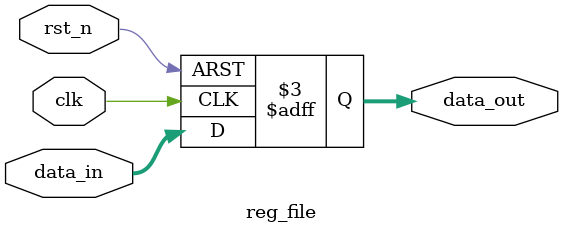
<source format=v>
module reg_file #( parameter width = 7) (
   // A simple register file module,
   input wire clk,
   input wire rst_n,
   input wire [width-1:0] data_in,
   output reg [width-1:0] data_out
);

always @(posedge clk or negedge rst_n) begin
    if (!rst_n)
        data_out <= 0; // Reset output to zero on reset
    else
        data_out <= data_in; // Update output with input data on clock edge
end
endmodule
</source>
